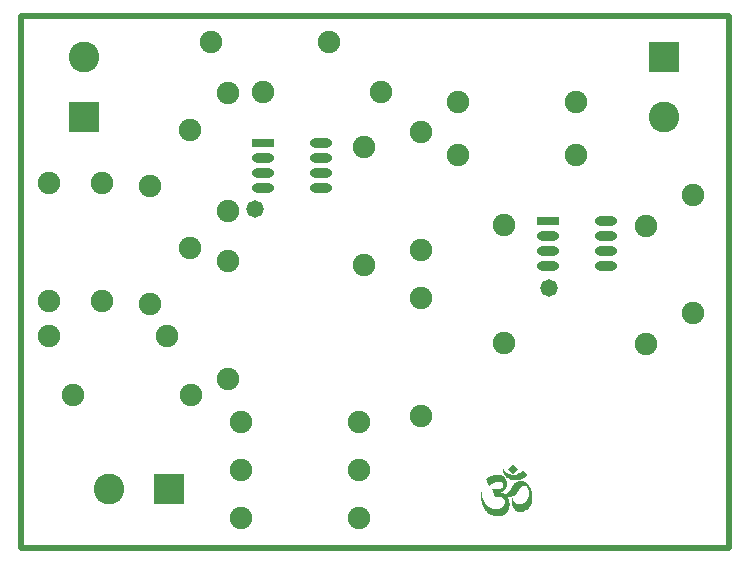
<source format=gts>
G04 Layer_Color=8388736*
%FSLAX44Y44*%
%MOMM*%
G71*
G01*
G75*
%ADD12C,0.5000*%
%ADD26O,1.9032X0.8032*%
%ADD27R,1.9032X0.8032*%
%ADD28R,2.6032X2.6032*%
%ADD29C,2.6032*%
%ADD30R,2.6032X2.6032*%
%ADD31C,1.9032*%
%ADD32C,1.4732*%
G36*
X405171Y61802D02*
X405822Y61722D01*
X406589Y61560D01*
X407245Y61350D01*
X408027Y60999D01*
X408818Y60515D01*
X409586Y59883D01*
X410350Y59012D01*
X410838Y58229D01*
X411191Y57418D01*
X411443Y56470D01*
X411591Y55192D01*
X411604Y54359D01*
X411546Y53430D01*
X411356Y52325D01*
X411109Y51511D01*
X410748Y50708D01*
X410256Y49893D01*
X409790Y49252D01*
X409240Y48593D01*
X408610Y47974D01*
X407985Y47504D01*
X407253Y47066D01*
X406759Y46800D01*
X407345Y46626D01*
X407854Y46480D01*
X408271Y46301D01*
X408539Y46157D01*
X408929Y45914D01*
X409185Y45747D01*
X409513Y45560D01*
X409792Y45448D01*
X410013Y45392D01*
X410239Y45357D01*
X410470Y45342D01*
X410625Y45342D01*
X410933Y45370D01*
X411157Y45416D01*
X411442Y45514D01*
X411767Y45701D01*
X412005Y45890D01*
X412284Y46156D01*
X412500Y46378D01*
X412818Y46710D01*
X413127Y47044D01*
X413422Y47387D01*
X413609Y47623D01*
X413873Y47991D01*
X414076Y48310D01*
X414267Y48639D01*
X414411Y48908D01*
X414513Y49113D01*
X414675Y49460D01*
X414768Y49670D01*
X414888Y49952D01*
X415008Y50233D01*
X415128Y50514D01*
X415285Y50859D01*
X415455Y51197D01*
X415681Y51587D01*
X415941Y51956D01*
X416227Y52310D01*
X416472Y52602D01*
X416762Y52958D01*
X416951Y53198D01*
X417234Y53559D01*
X417426Y53796D01*
X417621Y54029D01*
X417925Y54365D01*
X418194Y54628D01*
X418540Y54919D01*
X418910Y55181D01*
X419503Y55526D01*
X419916Y55729D01*
X420266Y55884D01*
X420693Y56052D01*
X421125Y56199D01*
X421564Y56325D01*
X422158Y56458D01*
X422609Y56528D01*
X423142Y56576D01*
X423448Y56587D01*
X423909Y56579D01*
X424215Y56557D01*
X424443Y56532D01*
X424670Y56498D01*
X425044Y56424D01*
X425484Y56304D01*
X425841Y56178D01*
X426326Y55963D01*
X426729Y55750D01*
X426992Y55597D01*
X427253Y55438D01*
X427639Y55192D01*
X427956Y54980D01*
X428267Y54761D01*
X428569Y54532D01*
X428862Y54292D01*
X429141Y54037D01*
X429407Y53768D01*
X429710Y53428D01*
X429951Y53133D01*
X430228Y52770D01*
X430537Y52336D01*
X430949Y51699D01*
X431140Y51372D01*
X431425Y50836D01*
X431620Y50425D01*
X431801Y50006D01*
X431994Y49510D01*
X432145Y49080D01*
X432326Y48500D01*
X432408Y48207D01*
X432485Y47914D01*
X432592Y47471D01*
X432718Y46877D01*
X432787Y46504D01*
X432861Y46054D01*
X432906Y45753D01*
X432947Y45451D01*
X432984Y45149D01*
X433025Y44771D01*
X433068Y44316D01*
X433113Y43708D01*
X433137Y43252D01*
X433152Y42796D01*
X433157Y42340D01*
X433155Y42036D01*
X433148Y41732D01*
X433129Y41277D01*
X433098Y40822D01*
X433039Y40218D01*
X432980Y39766D01*
X432907Y39317D01*
X432821Y38869D01*
X432721Y38424D01*
X432605Y37983D01*
X432475Y37546D01*
X432302Y37042D01*
X432137Y36616D01*
X431987Y36266D01*
X431825Y35921D01*
X431688Y35648D01*
X431544Y35379D01*
X431274Y34918D01*
X431026Y34534D01*
X430625Y33978D01*
X430483Y33799D01*
X430035Y33280D01*
X429772Y33004D01*
X429101Y32381D01*
X428686Y32044D01*
X428128Y31640D01*
X426386Y30673D01*
X425960Y30495D01*
X425528Y30337D01*
X425162Y30222D01*
X424867Y30143D01*
X424421Y30046D01*
X423895Y29969D01*
X423441Y29938D01*
X423062Y29936D01*
X422303Y30003D01*
X421851Y30085D01*
X421478Y30177D01*
X420746Y30421D01*
X420390Y30573D01*
X419960Y30760D01*
X419437Y31094D01*
X418398Y31903D01*
X418017Y32285D01*
X417620Y32752D01*
X417437Y32998D01*
X417187Y33378D01*
X416964Y33772D01*
X416713Y34318D01*
X416556Y34741D01*
X416366Y35392D01*
X416233Y35987D01*
X416129Y36593D01*
X416080Y36946D01*
X416085Y36899D01*
X416065Y37053D01*
X416080Y36946D01*
X415954Y38059D01*
X415902Y38680D01*
X415872Y39220D01*
X415862Y39753D01*
X415879Y40310D01*
X415912Y40714D01*
X415960Y41071D01*
X416132Y41787D01*
X416240Y42089D01*
X416379Y42403D01*
X416533Y42572D01*
X416683Y42584D01*
X416827Y42427D01*
X416832Y41805D01*
X416827Y41212D01*
X416888Y40777D01*
X417035Y40307D01*
X417225Y39798D01*
X417421Y39348D01*
X417726Y38840D01*
X418111Y38388D01*
X418446Y38100D01*
X418770Y37877D01*
X419198Y37629D01*
X419505Y37467D01*
X419907Y37278D01*
X420322Y37128D01*
X420801Y37027D01*
X421441Y36966D01*
X422380Y36930D01*
X423117Y36960D01*
X423652Y37032D01*
X424603Y37294D01*
X425234Y37572D01*
X425787Y37891D01*
X426117Y38108D01*
X426600Y38453D01*
X426993Y38754D01*
X427222Y38942D01*
X427372Y39072D01*
X427662Y39338D01*
X427904Y39583D01*
X428260Y39989D01*
X428554Y40383D01*
X428871Y40883D01*
X429105Y41318D01*
X429275Y41675D01*
X429705Y42832D01*
X429972Y43982D01*
X430057Y44616D01*
X430102Y45155D01*
X430127Y45647D01*
X430139Y46140D01*
X430141Y46386D01*
X430136Y46731D01*
X430105Y47320D01*
X430070Y47662D01*
X430007Y48100D01*
X429891Y48680D01*
X429768Y49158D01*
X429652Y49536D01*
X429463Y50044D01*
X429255Y50491D01*
X428952Y50998D01*
X428652Y51389D01*
X428415Y51641D01*
X428156Y51870D01*
X427876Y52073D01*
X427664Y52199D01*
X426881Y52494D01*
X426590Y52545D01*
X426196Y52569D01*
X425754Y52542D01*
X425174Y52427D01*
X424798Y52304D01*
X424174Y52006D01*
X423626Y51593D01*
X423383Y51351D01*
X423118Y51056D01*
X422794Y50682D01*
X422603Y50456D01*
X422417Y50226D01*
X422130Y49829D01*
X421903Y49451D01*
X421720Y49103D01*
X421501Y48661D01*
X421225Y48137D01*
X421005Y47753D01*
X420775Y47375D01*
X420590Y47085D01*
X420346Y46715D01*
X420037Y46271D01*
X419740Y45878D01*
X419458Y45536D01*
X419093Y45135D01*
X418779Y44822D01*
X418414Y44494D01*
X418070Y44218D01*
X417447Y43820D01*
X416984Y43611D01*
X416641Y43492D01*
X416145Y43354D01*
X415482Y43208D01*
X415106Y43132D01*
X414547Y43037D01*
X414180Y43018D01*
X413675Y43048D01*
X413225Y43110D01*
X412842Y43180D01*
X412498Y43250D01*
X412025Y43354D01*
X411810Y43405D01*
X412032Y43075D01*
X412273Y42612D01*
X412574Y42001D01*
X412789Y41523D01*
X412950Y41134D01*
X413063Y40840D01*
X413135Y40643D01*
X413302Y40146D01*
X413391Y39845D01*
X413568Y39136D01*
X413688Y38471D01*
X413757Y37904D01*
X413796Y37385D01*
X413813Y36654D01*
X413776Y35707D01*
X413718Y35073D01*
X413611Y34278D01*
X413478Y33537D01*
X413277Y32701D01*
X413068Y32042D01*
X412834Y31455D01*
X412555Y30897D01*
X412314Y30500D01*
X412043Y30124D01*
X411598Y29623D01*
X411334Y29372D01*
X410975Y29067D01*
X410767Y28906D01*
X410466Y28690D01*
X410201Y28512D01*
X409931Y28342D01*
X409610Y28150D01*
X409238Y27941D01*
X408956Y27791D01*
X408624Y27623D01*
X408193Y27421D01*
X407610Y27179D01*
X407068Y26988D01*
X406618Y26857D01*
X406316Y26783D01*
X405807Y26685D01*
X405343Y26625D01*
X404876Y26590D01*
X404510Y26579D01*
X403775Y26593D01*
X402934Y26661D01*
X402514Y26713D01*
X401835Y26817D01*
X401007Y26978D01*
X400496Y27100D01*
X400091Y27209D01*
X399590Y27361D01*
X398998Y27566D01*
X398417Y27799D01*
X397385Y28298D01*
X396489Y28834D01*
X395678Y29413D01*
X394951Y30022D01*
X394303Y30650D01*
X393696Y31326D01*
X393261Y31874D01*
X392881Y32403D01*
X392640Y32767D01*
X392352Y33232D01*
X391973Y33903D01*
X391769Y34295D01*
X391480Y34894D01*
X391276Y35351D01*
X390961Y36123D01*
X390676Y36906D01*
X390469Y37538D01*
X390166Y38595D01*
X390072Y38965D01*
X389683Y40849D01*
X389567Y41617D01*
X389453Y42613D01*
X389391Y43431D01*
X389358Y44395D01*
X389366Y45061D01*
X389455Y46157D01*
X389570Y46938D01*
X389636Y47313D01*
X389742Y47857D01*
X389873Y48201D01*
X390004Y47688D01*
X390043Y46739D01*
X390146Y45820D01*
X390347Y44779D01*
X390579Y43906D01*
X390811Y43176D01*
X391187Y42131D01*
X391571Y41169D01*
X391708Y40850D01*
X392300Y39586D01*
X392712Y38813D01*
X392999Y38320D01*
X393422Y37651D01*
X393877Y37001D01*
X394254Y36511D01*
X394889Y35775D01*
X395133Y35520D01*
X395578Y35093D01*
X396043Y34694D01*
X396319Y34479D01*
X396674Y34227D01*
X397040Y33993D01*
X397494Y33739D01*
X397805Y33586D01*
X398204Y33415D01*
X398530Y33293D01*
X398945Y33157D01*
X399367Y33042D01*
X399795Y32944D01*
X400228Y32864D01*
X400664Y32802D01*
X401102Y32755D01*
X401498Y32727D01*
X401982Y32708D01*
X402421Y32707D01*
X402771Y32717D01*
X403120Y32738D01*
X403554Y32778D01*
X403900Y32824D01*
X404415Y32914D01*
X405052Y33067D01*
X405388Y33168D01*
X405763Y33298D01*
X406175Y33463D01*
X406499Y33612D01*
X406816Y33775D01*
X407274Y34047D01*
X407707Y34352D01*
X407978Y34575D01*
X408295Y34874D01*
X408583Y35197D01*
X408911Y35652D01*
X409239Y36263D01*
X409372Y36586D01*
X409559Y37175D01*
X409639Y37523D01*
X409700Y37877D01*
X409755Y38373D01*
X409772Y38919D01*
X409741Y39461D01*
X409647Y40034D01*
X409469Y40621D01*
X409249Y41089D01*
X408988Y41482D01*
X408577Y41926D01*
X408130Y42283D01*
X407476Y42671D01*
X406773Y42974D01*
X406054Y43193D01*
X404946Y43372D01*
X404512Y43393D01*
X403983Y43383D01*
X402938Y43256D01*
X402454Y43123D01*
X402126Y42986D01*
X401762Y42754D01*
X401665Y42670D01*
X401546Y42546D01*
X401491Y42479D01*
X399263Y50028D01*
X399620Y49893D01*
X400056Y49745D01*
X400350Y49658D01*
X400870Y49528D01*
X401246Y49454D01*
X401699Y49389D01*
X402054Y49356D01*
X402511Y49336D01*
X403021Y49342D01*
X403428Y49364D01*
X403785Y49396D01*
X404166Y49444D01*
X404694Y49536D01*
X405289Y49679D01*
X405509Y49744D01*
X406013Y49919D01*
X406434Y50098D01*
X406708Y50232D01*
X407042Y50418D01*
X407429Y50671D01*
X407596Y50793D01*
X407856Y51007D01*
X408199Y51384D01*
X408377Y51715D01*
X408483Y52082D01*
X408531Y52575D01*
X408518Y52941D01*
X408494Y53172D01*
X408451Y53424D01*
X408382Y53694D01*
X408204Y54144D01*
X408052Y54412D01*
X407839Y54701D01*
X407548Y54986D01*
X407407Y55095D01*
X407127Y55272D01*
X406805Y55432D01*
X406443Y55573D01*
X406098Y55679D01*
X405849Y55741D01*
X405623Y55788D01*
X405016Y55869D01*
X404609Y55889D01*
X404406Y55889D01*
X403923Y55864D01*
X403519Y55816D01*
X402967Y55715D01*
X402372Y55564D01*
X401932Y55428D01*
X401164Y55145D01*
X400859Y55017D01*
X400303Y54761D01*
X399849Y54531D01*
X399226Y54183D01*
X398877Y53972D01*
X398598Y53795D01*
X398301Y53600D01*
X397923Y53341D01*
X397674Y53165D01*
X397343Y52927D01*
X397035Y52702D01*
X396831Y52551D01*
X396647Y52414D01*
X396606Y52384D01*
X393779Y58119D01*
X394332Y58593D01*
X395013Y59059D01*
X395647Y59471D01*
X396291Y59862D01*
X397151Y60327D01*
X397891Y60666D01*
X398529Y60912D01*
X399369Y61181D01*
X399940Y61332D01*
X400811Y61518D01*
X401595Y61646D01*
X402089Y61710D01*
X402686Y61770D01*
X403517Y61827D01*
X404181Y61842D01*
X405171Y61802D01*
D02*
G37*
G36*
X408660Y67660D02*
X408910Y66910D01*
X409360Y66110D01*
X409960Y65210D01*
X410610Y64410D01*
X411160Y63810D01*
X411860Y63210D01*
X412560Y62760D01*
X413410Y62360D01*
X414410Y62010D01*
X415460Y61760D01*
X416410Y61610D01*
X418210D01*
X419110Y61810D01*
X420260Y62160D01*
X421460Y62810D01*
X422310Y63310D01*
X423110Y63860D01*
X424110Y64660D01*
X424760Y65360D01*
X425310Y66010D01*
X429010Y61610D01*
X428410Y61060D01*
X426860Y59810D01*
X425760Y59110D01*
X424060Y58310D01*
X422060Y57610D01*
X420310Y57210D01*
X419010Y57060D01*
X417910Y57010D01*
X417010Y57060D01*
X415760Y57260D01*
X414660Y57610D01*
X413610Y58060D01*
X412910Y58510D01*
X412010Y59260D01*
X411110Y60060D01*
X410110Y61310D01*
X409260Y62510D01*
X408560Y64110D01*
X408110Y66010D01*
Y67560D01*
X408360Y68460D01*
X408660Y67660D01*
D02*
G37*
G36*
X420610Y66660D02*
X416660Y62710D01*
X412760Y66610D01*
X416460Y70810D01*
X420610Y66660D01*
D02*
G37*
D12*
X0Y450000D02*
X600000D01*
Y0D02*
Y450000D01*
X0Y0D02*
X600000D01*
X0D02*
Y450000D01*
D26*
X254370Y304800D02*
D03*
Y317500D02*
D03*
Y330200D02*
D03*
Y342900D02*
D03*
X205370Y304800D02*
D03*
Y317500D02*
D03*
Y330200D02*
D03*
X495670Y238760D02*
D03*
Y251460D02*
D03*
Y264160D02*
D03*
Y276860D02*
D03*
X446670Y238760D02*
D03*
Y251460D02*
D03*
Y264160D02*
D03*
D27*
X205370Y342900D02*
D03*
X446670Y276860D02*
D03*
D28*
X53340Y364600D02*
D03*
X544830Y415400D02*
D03*
D29*
X53340D02*
D03*
X544830Y364600D02*
D03*
X74930Y49530D02*
D03*
D30*
X125730D02*
D03*
D31*
X23660Y179070D02*
D03*
X123660D02*
D03*
X370370Y332740D02*
D03*
X470370D02*
D03*
X408940Y173520D02*
D03*
Y273520D02*
D03*
X175260Y143040D02*
D03*
Y243040D02*
D03*
Y285280D02*
D03*
Y385280D02*
D03*
X186220Y106680D02*
D03*
X286220D02*
D03*
Y66040D02*
D03*
X186220D02*
D03*
X339090Y352260D02*
D03*
Y252260D02*
D03*
X205270Y386080D02*
D03*
X305270D02*
D03*
X143510Y353530D02*
D03*
Y253530D02*
D03*
X68580Y209080D02*
D03*
Y309080D02*
D03*
X290830Y239560D02*
D03*
Y339560D02*
D03*
X529590Y172250D02*
D03*
Y272250D02*
D03*
X43980Y129540D02*
D03*
X143980D02*
D03*
X24130Y209080D02*
D03*
Y309080D02*
D03*
X286220Y25400D02*
D03*
X186220D02*
D03*
X568960Y298920D02*
D03*
Y198920D02*
D03*
X470370Y377190D02*
D03*
X370370D02*
D03*
X339090Y111290D02*
D03*
Y211290D02*
D03*
X109220Y206540D02*
D03*
Y306540D02*
D03*
X260820Y427990D02*
D03*
X160820D02*
D03*
D32*
X198120Y287020D02*
D03*
X447040Y219710D02*
D03*
M02*

</source>
